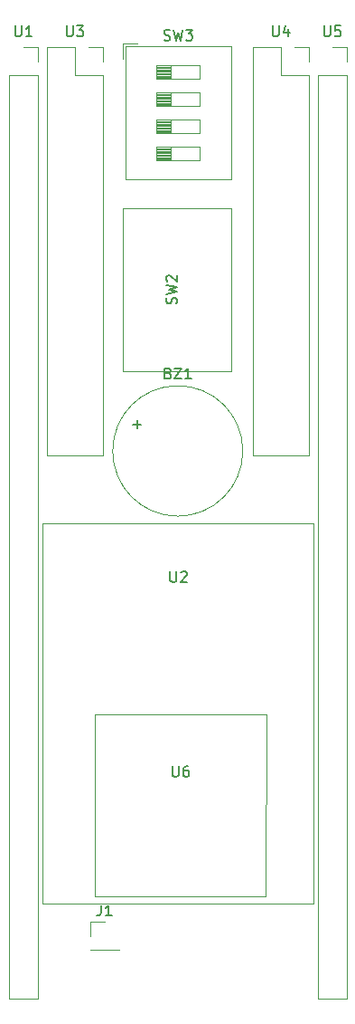
<source format=gto>
%TF.GenerationSoftware,KiCad,Pcbnew,(6.0.5)*%
%TF.CreationDate,2022-06-27T00:12:11-04:00*%
%TF.ProjectId,sensor_node,73656e73-6f72-45f6-9e6f-64652e6b6963,rev?*%
%TF.SameCoordinates,Original*%
%TF.FileFunction,Legend,Top*%
%TF.FilePolarity,Positive*%
%FSLAX46Y46*%
G04 Gerber Fmt 4.6, Leading zero omitted, Abs format (unit mm)*
G04 Created by KiCad (PCBNEW (6.0.5)) date 2022-06-27 00:12:11*
%MOMM*%
%LPD*%
G01*
G04 APERTURE LIST*
%ADD10C,0.150000*%
%ADD11C,0.120000*%
G04 APERTURE END LIST*
D10*
%TO.C,SW2*%
X144904761Y-83633333D02*
X144952380Y-83490476D01*
X144952380Y-83252380D01*
X144904761Y-83157142D01*
X144857142Y-83109523D01*
X144761904Y-83061904D01*
X144666666Y-83061904D01*
X144571428Y-83109523D01*
X144523809Y-83157142D01*
X144476190Y-83252380D01*
X144428571Y-83442857D01*
X144380952Y-83538095D01*
X144333333Y-83585714D01*
X144238095Y-83633333D01*
X144142857Y-83633333D01*
X144047619Y-83585714D01*
X144000000Y-83538095D01*
X143952380Y-83442857D01*
X143952380Y-83204761D01*
X144000000Y-83061904D01*
X143952380Y-82728571D02*
X144952380Y-82490476D01*
X144238095Y-82300000D01*
X144952380Y-82109523D01*
X143952380Y-81871428D01*
X144047619Y-81538095D02*
X144000000Y-81490476D01*
X143952380Y-81395238D01*
X143952380Y-81157142D01*
X144000000Y-81061904D01*
X144047619Y-81014285D01*
X144142857Y-80966666D01*
X144238095Y-80966666D01*
X144380952Y-81014285D01*
X144952380Y-81585714D01*
X144952380Y-80966666D01*
%TO.C,SW3*%
X143743166Y-58970761D02*
X143886023Y-59018380D01*
X144124119Y-59018380D01*
X144219357Y-58970761D01*
X144266976Y-58923142D01*
X144314595Y-58827904D01*
X144314595Y-58732666D01*
X144266976Y-58637428D01*
X144219357Y-58589809D01*
X144124119Y-58542190D01*
X143933642Y-58494571D01*
X143838404Y-58446952D01*
X143790785Y-58399333D01*
X143743166Y-58304095D01*
X143743166Y-58208857D01*
X143790785Y-58113619D01*
X143838404Y-58066000D01*
X143933642Y-58018380D01*
X144171738Y-58018380D01*
X144314595Y-58066000D01*
X144647928Y-58018380D02*
X144886023Y-59018380D01*
X145076500Y-58304095D01*
X145266976Y-59018380D01*
X145505071Y-58018380D01*
X145790785Y-58018380D02*
X146409833Y-58018380D01*
X146076500Y-58399333D01*
X146219357Y-58399333D01*
X146314595Y-58446952D01*
X146362214Y-58494571D01*
X146409833Y-58589809D01*
X146409833Y-58827904D01*
X146362214Y-58923142D01*
X146314595Y-58970761D01*
X146219357Y-59018380D01*
X145933642Y-59018380D01*
X145838404Y-58970761D01*
X145790785Y-58923142D01*
%TO.C,U6*%
X144526095Y-126864380D02*
X144526095Y-127673904D01*
X144573714Y-127769142D01*
X144621333Y-127816761D01*
X144716571Y-127864380D01*
X144907047Y-127864380D01*
X145002285Y-127816761D01*
X145049904Y-127769142D01*
X145097523Y-127673904D01*
X145097523Y-126864380D01*
X146002285Y-126864380D02*
X145811809Y-126864380D01*
X145716571Y-126912000D01*
X145668952Y-126959619D01*
X145573714Y-127102476D01*
X145526095Y-127292952D01*
X145526095Y-127673904D01*
X145573714Y-127769142D01*
X145621333Y-127816761D01*
X145716571Y-127864380D01*
X145907047Y-127864380D01*
X146002285Y-127816761D01*
X146049904Y-127769142D01*
X146097523Y-127673904D01*
X146097523Y-127435809D01*
X146049904Y-127340571D01*
X146002285Y-127292952D01*
X145907047Y-127245333D01*
X145716571Y-127245333D01*
X145621333Y-127292952D01*
X145573714Y-127340571D01*
X145526095Y-127435809D01*
%TO.C,U3*%
X134620095Y-57642380D02*
X134620095Y-58451904D01*
X134667714Y-58547142D01*
X134715333Y-58594761D01*
X134810571Y-58642380D01*
X135001047Y-58642380D01*
X135096285Y-58594761D01*
X135143904Y-58547142D01*
X135191523Y-58451904D01*
X135191523Y-57642380D01*
X135572476Y-57642380D02*
X136191523Y-57642380D01*
X135858190Y-58023333D01*
X136001047Y-58023333D01*
X136096285Y-58070952D01*
X136143904Y-58118571D01*
X136191523Y-58213809D01*
X136191523Y-58451904D01*
X136143904Y-58547142D01*
X136096285Y-58594761D01*
X136001047Y-58642380D01*
X135715333Y-58642380D01*
X135620095Y-58594761D01*
X135572476Y-58547142D01*
%TO.C,U1*%
X129794095Y-57642380D02*
X129794095Y-58451904D01*
X129841714Y-58547142D01*
X129889333Y-58594761D01*
X129984571Y-58642380D01*
X130175047Y-58642380D01*
X130270285Y-58594761D01*
X130317904Y-58547142D01*
X130365523Y-58451904D01*
X130365523Y-57642380D01*
X131365523Y-58642380D02*
X130794095Y-58642380D01*
X131079809Y-58642380D02*
X131079809Y-57642380D01*
X130984571Y-57785238D01*
X130889333Y-57880476D01*
X130794095Y-57928095D01*
%TO.C,U2*%
X144322095Y-108672380D02*
X144322095Y-109481904D01*
X144369714Y-109577142D01*
X144417333Y-109624761D01*
X144512571Y-109672380D01*
X144703047Y-109672380D01*
X144798285Y-109624761D01*
X144845904Y-109577142D01*
X144893523Y-109481904D01*
X144893523Y-108672380D01*
X145322095Y-108767619D02*
X145369714Y-108720000D01*
X145464952Y-108672380D01*
X145703047Y-108672380D01*
X145798285Y-108720000D01*
X145845904Y-108767619D01*
X145893523Y-108862857D01*
X145893523Y-108958095D01*
X145845904Y-109100952D01*
X145274476Y-109672380D01*
X145893523Y-109672380D01*
%TO.C,J1*%
X137842666Y-139870380D02*
X137842666Y-140584666D01*
X137795047Y-140727523D01*
X137699809Y-140822761D01*
X137556952Y-140870380D01*
X137461714Y-140870380D01*
X138842666Y-140870380D02*
X138271238Y-140870380D01*
X138556952Y-140870380D02*
X138556952Y-139870380D01*
X138461714Y-140013238D01*
X138366476Y-140108476D01*
X138271238Y-140156095D01*
%TO.C,U4*%
X153924095Y-57642380D02*
X153924095Y-58451904D01*
X153971714Y-58547142D01*
X154019333Y-58594761D01*
X154114571Y-58642380D01*
X154305047Y-58642380D01*
X154400285Y-58594761D01*
X154447904Y-58547142D01*
X154495523Y-58451904D01*
X154495523Y-57642380D01*
X155400285Y-57975714D02*
X155400285Y-58642380D01*
X155162190Y-57594761D02*
X154924095Y-58309047D01*
X155543142Y-58309047D01*
%TO.C,BZ1*%
X144153047Y-90128571D02*
X144295904Y-90176190D01*
X144343523Y-90223809D01*
X144391142Y-90319047D01*
X144391142Y-90461904D01*
X144343523Y-90557142D01*
X144295904Y-90604761D01*
X144200666Y-90652380D01*
X143819714Y-90652380D01*
X143819714Y-89652380D01*
X144153047Y-89652380D01*
X144248285Y-89700000D01*
X144295904Y-89747619D01*
X144343523Y-89842857D01*
X144343523Y-89938095D01*
X144295904Y-90033333D01*
X144248285Y-90080952D01*
X144153047Y-90128571D01*
X143819714Y-90128571D01*
X144724476Y-89652380D02*
X145391142Y-89652380D01*
X144724476Y-90652380D01*
X145391142Y-90652380D01*
X146295904Y-90652380D02*
X145724476Y-90652380D01*
X146010190Y-90652380D02*
X146010190Y-89652380D01*
X145914952Y-89795238D01*
X145819714Y-89890476D01*
X145724476Y-89938095D01*
X140843047Y-94931428D02*
X141604952Y-94931428D01*
X141224000Y-95312380D02*
X141224000Y-94550476D01*
%TO.C,U5*%
X158750095Y-57642380D02*
X158750095Y-58451904D01*
X158797714Y-58547142D01*
X158845333Y-58594761D01*
X158940571Y-58642380D01*
X159131047Y-58642380D01*
X159226285Y-58594761D01*
X159273904Y-58547142D01*
X159321523Y-58451904D01*
X159321523Y-57642380D01*
X160273904Y-57642380D02*
X159797714Y-57642380D01*
X159750095Y-58118571D01*
X159797714Y-58070952D01*
X159892952Y-58023333D01*
X160131047Y-58023333D01*
X160226285Y-58070952D01*
X160273904Y-58118571D01*
X160321523Y-58213809D01*
X160321523Y-58451904D01*
X160273904Y-58547142D01*
X160226285Y-58594761D01*
X160131047Y-58642380D01*
X159892952Y-58642380D01*
X159797714Y-58594761D01*
X159750095Y-58547142D01*
D11*
%TO.C,SW2*%
X139920000Y-89920000D02*
X139920000Y-74680000D01*
X139920000Y-74680000D02*
X150080000Y-74680000D01*
X150080000Y-74680000D02*
X150080000Y-89920000D01*
X150080000Y-89920000D02*
X139920000Y-89920000D01*
%TO.C,SW3*%
X143046500Y-67511000D02*
X144399833Y-67511000D01*
X143046500Y-64491000D02*
X144399833Y-64491000D01*
X147106500Y-70241000D02*
X147106500Y-68971000D01*
X143046500Y-62431000D02*
X144399833Y-62431000D01*
X143046500Y-67031000D02*
X144399833Y-67031000D01*
X143046500Y-64851000D02*
X144399833Y-64851000D01*
X143046500Y-69931000D02*
X144399833Y-69931000D01*
X143046500Y-66551000D02*
X144399833Y-66551000D01*
X143046500Y-67151000D02*
X144399833Y-67151000D01*
X143046500Y-67631000D02*
X144399833Y-67631000D01*
X143046500Y-69211000D02*
X144399833Y-69211000D01*
X147106500Y-63891000D02*
X143046500Y-63891000D01*
X143046500Y-70171000D02*
X144399833Y-70171000D01*
X143046500Y-67271000D02*
X144399833Y-67271000D01*
X139886500Y-59326000D02*
X139886500Y-60709000D01*
X143046500Y-62071000D02*
X144399833Y-62071000D01*
X143046500Y-69691000D02*
X144399833Y-69691000D01*
X147106500Y-65161000D02*
X147106500Y-63891000D01*
X143046500Y-62311000D02*
X144399833Y-62311000D01*
X143046500Y-65161000D02*
X147106500Y-65161000D01*
X143046500Y-63891000D02*
X143046500Y-65161000D01*
X140126500Y-72026000D02*
X150026500Y-72026000D01*
X147106500Y-68971000D02*
X143046500Y-68971000D01*
X143046500Y-64371000D02*
X144399833Y-64371000D01*
X143046500Y-70051000D02*
X144399833Y-70051000D01*
X144399833Y-61351000D02*
X144399833Y-62621000D01*
X139886500Y-59326000D02*
X141270500Y-59326000D01*
X143046500Y-62551000D02*
X144399833Y-62551000D01*
X143046500Y-69091000D02*
X144399833Y-69091000D01*
X143046500Y-69451000D02*
X144399833Y-69451000D01*
X143046500Y-66911000D02*
X144399833Y-66911000D01*
X143046500Y-61831000D02*
X144399833Y-61831000D01*
X143046500Y-64731000D02*
X144399833Y-64731000D01*
X143046500Y-61351000D02*
X143046500Y-62621000D01*
X143046500Y-69331000D02*
X144399833Y-69331000D01*
X147106500Y-62621000D02*
X147106500Y-61351000D01*
X143046500Y-66671000D02*
X144399833Y-66671000D01*
X143046500Y-65091000D02*
X144399833Y-65091000D01*
X144399833Y-66431000D02*
X144399833Y-67701000D01*
X143046500Y-62621000D02*
X147106500Y-62621000D01*
X140126500Y-59566000D02*
X140126500Y-72026000D01*
X150026500Y-59566000D02*
X150026500Y-72026000D01*
X143046500Y-61711000D02*
X144399833Y-61711000D01*
X143046500Y-69571000D02*
X144399833Y-69571000D01*
X143046500Y-62191000D02*
X144399833Y-62191000D01*
X143046500Y-64131000D02*
X144399833Y-64131000D01*
X143046500Y-68971000D02*
X143046500Y-70241000D01*
X144399833Y-63891000D02*
X144399833Y-65161000D01*
X143046500Y-64011000D02*
X144399833Y-64011000D01*
X143046500Y-61471000D02*
X144399833Y-61471000D01*
X143046500Y-64251000D02*
X144399833Y-64251000D01*
X143046500Y-61591000D02*
X144399833Y-61591000D01*
X143046500Y-67701000D02*
X147106500Y-67701000D01*
X143046500Y-67391000D02*
X144399833Y-67391000D01*
X143046500Y-64971000D02*
X144399833Y-64971000D01*
X147106500Y-61351000D02*
X143046500Y-61351000D01*
X143046500Y-61951000D02*
X144399833Y-61951000D01*
X143046500Y-64611000D02*
X144399833Y-64611000D01*
X144399833Y-68971000D02*
X144399833Y-70241000D01*
X147106500Y-66431000D02*
X143046500Y-66431000D01*
X140126500Y-59566000D02*
X150026500Y-59566000D01*
X147106500Y-67701000D02*
X147106500Y-66431000D01*
X143046500Y-69811000D02*
X144399833Y-69811000D01*
X143046500Y-66791000D02*
X144399833Y-66791000D01*
X143046500Y-70241000D02*
X147106500Y-70241000D01*
X143046500Y-66431000D02*
X143046500Y-67701000D01*
%TO.C,U6*%
X137288000Y-139072000D02*
X137288000Y-122072000D01*
X153288000Y-139072000D02*
X137288000Y-139072000D01*
X153308000Y-122072000D02*
X153288000Y-139072000D01*
X153308000Y-122072000D02*
X137288000Y-122072000D01*
%TO.C,U3*%
X137982000Y-59630000D02*
X137982000Y-60960000D01*
X132782000Y-59630000D02*
X135382000Y-59630000D01*
X136652000Y-59630000D02*
X137982000Y-59630000D01*
X135382000Y-59630000D02*
X135382000Y-62230000D01*
X137982000Y-62230000D02*
X137982000Y-97850000D01*
X132782000Y-97850000D02*
X137982000Y-97850000D01*
X135382000Y-62230000D02*
X137982000Y-62230000D01*
X132782000Y-59630000D02*
X132782000Y-97850000D01*
%TO.C,U1*%
X129226000Y-148650000D02*
X131886000Y-148650000D01*
X129226000Y-62230000D02*
X131886000Y-62230000D01*
X131886000Y-59630000D02*
X131886000Y-60960000D01*
X129226000Y-62230000D02*
X129226000Y-148650000D01*
X130556000Y-59630000D02*
X131886000Y-59630000D01*
X131886000Y-62230000D02*
X131886000Y-148650000D01*
%TO.C,U2*%
X157784000Y-104140000D02*
X132384000Y-104140000D01*
X157784000Y-139700000D02*
X157784000Y-104140000D01*
X132384000Y-139700000D02*
X157784000Y-139700000D01*
X132384000Y-104140000D02*
X132384000Y-139700000D01*
%TO.C,J1*%
X136846000Y-141418000D02*
X138176000Y-141418000D01*
X136846000Y-144018000D02*
X139506000Y-144018000D01*
X136846000Y-144078000D02*
X139506000Y-144078000D01*
X139506000Y-144018000D02*
X139506000Y-144078000D01*
X136846000Y-142748000D02*
X136846000Y-141418000D01*
X136846000Y-144018000D02*
X136846000Y-144078000D01*
%TO.C,U4*%
X152086000Y-59630000D02*
X152086000Y-97850000D01*
X157286000Y-59630000D02*
X157286000Y-60960000D01*
X154686000Y-59630000D02*
X154686000Y-62230000D01*
X157286000Y-62230000D02*
X157286000Y-97850000D01*
X154686000Y-62230000D02*
X157286000Y-62230000D01*
X152086000Y-59630000D02*
X154686000Y-59630000D01*
X152086000Y-97850000D02*
X157286000Y-97850000D01*
X155956000Y-59630000D02*
X157286000Y-59630000D01*
%TO.C,BZ1*%
X151134000Y-97400000D02*
G75*
G03*
X151134000Y-97400000I-6100000J0D01*
G01*
%TO.C,U5*%
X159512000Y-59630000D02*
X160842000Y-59630000D01*
X158182000Y-62230000D02*
X160842000Y-62230000D01*
X160842000Y-59630000D02*
X160842000Y-60960000D01*
X160842000Y-62230000D02*
X160842000Y-148650000D01*
X158182000Y-148650000D02*
X160842000Y-148650000D01*
X158182000Y-62230000D02*
X158182000Y-148650000D01*
%TD*%
M02*

</source>
